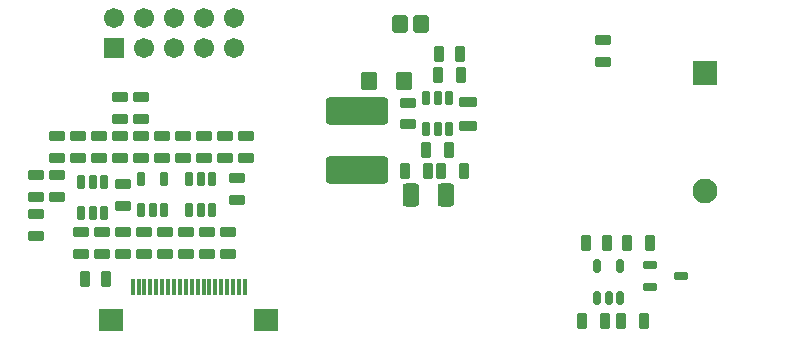
<source format=gts>
G04*
G04 #@! TF.GenerationSoftware,Altium Limited,Altium Designer,20.1.7 (139)*
G04*
G04 Layer_Color=8388736*
%FSLAX25Y25*%
%MOIN*%
G70*
G04*
G04 #@! TF.SameCoordinates,E1A335BD-9FE3-4FE6-8923-20F36EF7B3F0*
G04*
G04*
G04 #@! TF.FilePolarity,Negative*
G04*
G01*
G75*
G04:AMPARAMS|DCode=10|XSize=53.21mil|YSize=31.56mil|CornerRadius=4.76mil|HoleSize=0mil|Usage=FLASHONLY|Rotation=180.000|XOffset=0mil|YOffset=0mil|HoleType=Round|Shape=RoundedRectangle|*
%AMROUNDEDRECTD10*
21,1,0.05321,0.02205,0,0,180.0*
21,1,0.04370,0.03156,0,0,180.0*
1,1,0.00951,-0.02185,0.01102*
1,1,0.00951,0.02185,0.01102*
1,1,0.00951,0.02185,-0.01102*
1,1,0.00951,-0.02185,-0.01102*
%
%ADD10ROUNDEDRECTD10*%
G04:AMPARAMS|DCode=11|XSize=27.62mil|YSize=47.31mil|CornerRadius=7.91mil|HoleSize=0mil|Usage=FLASHONLY|Rotation=0.000|XOffset=0mil|YOffset=0mil|HoleType=Round|Shape=RoundedRectangle|*
%AMROUNDEDRECTD11*
21,1,0.02762,0.03150,0,0,0.0*
21,1,0.01181,0.04731,0,0,0.0*
1,1,0.01581,0.00591,-0.01575*
1,1,0.01581,-0.00591,-0.01575*
1,1,0.01581,-0.00591,0.01575*
1,1,0.01581,0.00591,0.01575*
%
%ADD11ROUNDEDRECTD11*%
G04:AMPARAMS|DCode=12|XSize=53.21mil|YSize=31.56mil|CornerRadius=4.76mil|HoleSize=0mil|Usage=FLASHONLY|Rotation=270.000|XOffset=0mil|YOffset=0mil|HoleType=Round|Shape=RoundedRectangle|*
%AMROUNDEDRECTD12*
21,1,0.05321,0.02205,0,0,270.0*
21,1,0.04370,0.03156,0,0,270.0*
1,1,0.00951,-0.01102,-0.02185*
1,1,0.00951,-0.01102,0.02185*
1,1,0.00951,0.01102,0.02185*
1,1,0.00951,0.01102,-0.02185*
%
%ADD12ROUNDEDRECTD12*%
G04:AMPARAMS|DCode=13|XSize=27.62mil|YSize=47.31mil|CornerRadius=4.36mil|HoleSize=0mil|Usage=FLASHONLY|Rotation=180.000|XOffset=0mil|YOffset=0mil|HoleType=Round|Shape=RoundedRectangle|*
%AMROUNDEDRECTD13*
21,1,0.02762,0.03858,0,0,180.0*
21,1,0.01890,0.04731,0,0,180.0*
1,1,0.00872,-0.00945,0.01929*
1,1,0.00872,0.00945,0.01929*
1,1,0.00872,0.00945,-0.01929*
1,1,0.00872,-0.00945,-0.01929*
%
%ADD13ROUNDEDRECTD13*%
G04:AMPARAMS|DCode=14|XSize=59.12mil|YSize=35.5mil|CornerRadius=5.15mil|HoleSize=0mil|Usage=FLASHONLY|Rotation=180.000|XOffset=0mil|YOffset=0mil|HoleType=Round|Shape=RoundedRectangle|*
%AMROUNDEDRECTD14*
21,1,0.05912,0.02520,0,0,180.0*
21,1,0.04882,0.03550,0,0,180.0*
1,1,0.01030,-0.02441,0.01260*
1,1,0.01030,0.02441,0.01260*
1,1,0.01030,0.02441,-0.01260*
1,1,0.01030,-0.02441,-0.01260*
%
%ADD14ROUNDEDRECTD14*%
G04:AMPARAMS|DCode=15|XSize=59.12mil|YSize=55.18mil|CornerRadius=7.12mil|HoleSize=0mil|Usage=FLASHONLY|Rotation=270.000|XOffset=0mil|YOffset=0mil|HoleType=Round|Shape=RoundedRectangle|*
%AMROUNDEDRECTD15*
21,1,0.05912,0.04095,0,0,270.0*
21,1,0.04488,0.05518,0,0,270.0*
1,1,0.01424,-0.02047,-0.02244*
1,1,0.01424,-0.02047,0.02244*
1,1,0.01424,0.02047,0.02244*
1,1,0.01424,0.02047,-0.02244*
%
%ADD15ROUNDEDRECTD15*%
G04:AMPARAMS|DCode=16|XSize=90.61mil|YSize=208.72mil|CornerRadius=10.66mil|HoleSize=0mil|Usage=FLASHONLY|Rotation=90.000|XOffset=0mil|YOffset=0mil|HoleType=Round|Shape=RoundedRectangle|*
%AMROUNDEDRECTD16*
21,1,0.09061,0.18740,0,0,90.0*
21,1,0.06929,0.20872,0,0,90.0*
1,1,0.02132,0.09370,0.03465*
1,1,0.02132,0.09370,-0.03465*
1,1,0.02132,-0.09370,-0.03465*
1,1,0.02132,-0.09370,0.03465*
%
%ADD16ROUNDEDRECTD16*%
G04:AMPARAMS|DCode=17|XSize=76.84mil|YSize=55.18mil|CornerRadius=9.68mil|HoleSize=0mil|Usage=FLASHONLY|Rotation=270.000|XOffset=0mil|YOffset=0mil|HoleType=Round|Shape=RoundedRectangle|*
%AMROUNDEDRECTD17*
21,1,0.07684,0.03583,0,0,270.0*
21,1,0.05748,0.05518,0,0,270.0*
1,1,0.01935,-0.01791,-0.02874*
1,1,0.01935,-0.01791,0.02874*
1,1,0.01935,0.01791,0.02874*
1,1,0.01935,0.01791,-0.02874*
%
%ADD17ROUNDEDRECTD17*%
G04:AMPARAMS|DCode=18|XSize=53.21mil|YSize=35.5mil|CornerRadius=5.15mil|HoleSize=0mil|Usage=FLASHONLY|Rotation=90.000|XOffset=0mil|YOffset=0mil|HoleType=Round|Shape=RoundedRectangle|*
%AMROUNDEDRECTD18*
21,1,0.05321,0.02520,0,0,90.0*
21,1,0.04291,0.03550,0,0,90.0*
1,1,0.01030,0.01260,0.02146*
1,1,0.01030,0.01260,-0.02146*
1,1,0.01030,-0.01260,-0.02146*
1,1,0.01030,-0.01260,0.02146*
%
%ADD18ROUNDEDRECTD18*%
G04:AMPARAMS|DCode=19|XSize=61.09mil|YSize=53.21mil|CornerRadius=11.84mil|HoleSize=0mil|Usage=FLASHONLY|Rotation=90.000|XOffset=0mil|YOffset=0mil|HoleType=Round|Shape=RoundedRectangle|*
%AMROUNDEDRECTD19*
21,1,0.06109,0.02953,0,0,90.0*
21,1,0.03740,0.05321,0,0,90.0*
1,1,0.02368,0.01476,0.01870*
1,1,0.02368,0.01476,-0.01870*
1,1,0.02368,-0.01476,-0.01870*
1,1,0.02368,-0.01476,0.01870*
%
%ADD19ROUNDEDRECTD19*%
%ADD20R,0.01581X0.05518*%
%ADD21R,0.08274X0.07487*%
G04:AMPARAMS|DCode=22|XSize=23.68mil|YSize=43.37mil|CornerRadius=4.46mil|HoleSize=0mil|Usage=FLASHONLY|Rotation=180.000|XOffset=0mil|YOffset=0mil|HoleType=Round|Shape=RoundedRectangle|*
%AMROUNDEDRECTD22*
21,1,0.02368,0.03445,0,0,180.0*
21,1,0.01476,0.04337,0,0,180.0*
1,1,0.00892,-0.00738,0.01722*
1,1,0.00892,0.00738,0.01722*
1,1,0.00892,0.00738,-0.01722*
1,1,0.00892,-0.00738,-0.01722*
%
%ADD22ROUNDEDRECTD22*%
G04:AMPARAMS|DCode=23|XSize=27.62mil|YSize=47.31mil|CornerRadius=4.36mil|HoleSize=0mil|Usage=FLASHONLY|Rotation=90.000|XOffset=0mil|YOffset=0mil|HoleType=Round|Shape=RoundedRectangle|*
%AMROUNDEDRECTD23*
21,1,0.02762,0.03858,0,0,90.0*
21,1,0.01890,0.04731,0,0,90.0*
1,1,0.00872,0.01929,0.00945*
1,1,0.00872,0.01929,-0.00945*
1,1,0.00872,-0.01929,-0.00945*
1,1,0.00872,-0.01929,0.00945*
%
%ADD23ROUNDEDRECTD23*%
G04:AMPARAMS|DCode=24|XSize=53.21mil|YSize=35.5mil|CornerRadius=5.15mil|HoleSize=0mil|Usage=FLASHONLY|Rotation=180.000|XOffset=0mil|YOffset=0mil|HoleType=Round|Shape=RoundedRectangle|*
%AMROUNDEDRECTD24*
21,1,0.05321,0.02520,0,0,180.0*
21,1,0.04291,0.03550,0,0,180.0*
1,1,0.01030,-0.02146,0.01260*
1,1,0.01030,0.02146,0.01260*
1,1,0.01030,0.02146,-0.01260*
1,1,0.01030,-0.02146,-0.01260*
%
%ADD24ROUNDEDRECTD24*%
%ADD25C,0.08274*%
G04:AMPARAMS|DCode=26|XSize=82.74mil|YSize=82.74mil|CornerRadius=9.87mil|HoleSize=0mil|Usage=FLASHONLY|Rotation=270.000|XOffset=0mil|YOffset=0mil|HoleType=Round|Shape=RoundedRectangle|*
%AMROUNDEDRECTD26*
21,1,0.08274,0.06299,0,0,270.0*
21,1,0.06299,0.08274,0,0,270.0*
1,1,0.01975,-0.03150,-0.03150*
1,1,0.01975,-0.03150,0.03150*
1,1,0.01975,0.03150,0.03150*
1,1,0.01975,0.03150,-0.03150*
%
%ADD26ROUNDEDRECTD26*%
%ADD27R,0.06699X0.06699*%
%ADD28C,0.06699*%
%ADD29C,0.00400*%
D10*
X210000Y107740D02*
D03*
Y100260D02*
D03*
X56000Y88709D02*
D03*
Y81228D02*
D03*
X88000Y54260D02*
D03*
Y61740D02*
D03*
X63000Y75709D02*
D03*
Y68228D02*
D03*
X56000Y75709D02*
D03*
Y68228D02*
D03*
X21000Y42260D02*
D03*
Y49740D02*
D03*
X50000Y43740D02*
D03*
Y36260D02*
D03*
X21000Y62740D02*
D03*
Y55260D02*
D03*
X42000Y75709D02*
D03*
Y68228D02*
D03*
X49000Y75709D02*
D03*
Y68228D02*
D03*
X78000Y43740D02*
D03*
Y36260D02*
D03*
X84000Y75709D02*
D03*
Y68228D02*
D03*
X91000Y68228D02*
D03*
Y75709D02*
D03*
X36000Y43740D02*
D03*
Y36260D02*
D03*
X35000Y75709D02*
D03*
Y68228D02*
D03*
X71000Y43740D02*
D03*
Y36260D02*
D03*
X70000Y75709D02*
D03*
Y68228D02*
D03*
X57000Y43740D02*
D03*
Y36260D02*
D03*
X28000Y68228D02*
D03*
Y75709D02*
D03*
X43000Y36260D02*
D03*
Y43740D02*
D03*
X64000Y36260D02*
D03*
Y43740D02*
D03*
X50000Y52260D02*
D03*
Y59740D02*
D03*
X28000Y55260D02*
D03*
Y62740D02*
D03*
X77000Y68228D02*
D03*
Y75709D02*
D03*
X49000Y88709D02*
D03*
Y81228D02*
D03*
X85000Y43740D02*
D03*
Y36260D02*
D03*
D11*
X43740Y49882D02*
D03*
X40000D02*
D03*
X36260D02*
D03*
Y60118D02*
D03*
X40000D02*
D03*
X43740D02*
D03*
X151260Y88118D02*
D03*
X155000D02*
D03*
X158740D02*
D03*
Y77882D02*
D03*
X155000D02*
D03*
X151260D02*
D03*
X79740Y50882D02*
D03*
X76000D02*
D03*
X72260D02*
D03*
Y61118D02*
D03*
X76000D02*
D03*
X79740D02*
D03*
D12*
X163740Y64000D02*
D03*
X156260D02*
D03*
X151260Y71000D02*
D03*
X158740D02*
D03*
X216260Y14000D02*
D03*
X223740D02*
D03*
X210740D02*
D03*
X203260D02*
D03*
X218260Y40000D02*
D03*
X225740D02*
D03*
X155260Y96000D02*
D03*
X162740D02*
D03*
X151740Y64000D02*
D03*
X144260D02*
D03*
D13*
X56260Y61118D02*
D03*
X63740D02*
D03*
Y50882D02*
D03*
X60000D02*
D03*
X56260D02*
D03*
D14*
X165000Y79063D02*
D03*
Y86937D02*
D03*
D15*
X132095Y94000D02*
D03*
X143905D02*
D03*
D16*
X128000Y83842D02*
D03*
Y64157D02*
D03*
D17*
X146291Y56000D02*
D03*
X157709D02*
D03*
D18*
X37457Y28000D02*
D03*
X44543D02*
D03*
X162543Y103000D02*
D03*
X155457D02*
D03*
X204457Y40000D02*
D03*
X211543D02*
D03*
D19*
X142555Y113000D02*
D03*
X149445D02*
D03*
D20*
X82890Y25189D02*
D03*
X80921D02*
D03*
X78953D02*
D03*
X76984D02*
D03*
X75016D02*
D03*
X73047D02*
D03*
X71079D02*
D03*
X65173D02*
D03*
X63205D02*
D03*
X61236D02*
D03*
X59268D02*
D03*
X57299D02*
D03*
X55331D02*
D03*
X53362D02*
D03*
X67142D02*
D03*
X69110D02*
D03*
X84858D02*
D03*
X86827D02*
D03*
X88795D02*
D03*
X90764D02*
D03*
D21*
X46276Y14362D02*
D03*
X97850D02*
D03*
D22*
X208260Y32315D02*
D03*
X215740D02*
D03*
Y21685D02*
D03*
X212000D02*
D03*
X208260D02*
D03*
D23*
X225882Y32740D02*
D03*
Y25260D02*
D03*
X236118Y29000D02*
D03*
D24*
X145000Y79457D02*
D03*
Y86543D02*
D03*
D25*
X244000Y57315D02*
D03*
D26*
Y96685D02*
D03*
D27*
X47000Y105000D02*
D03*
D28*
Y115000D02*
D03*
X57000Y105000D02*
D03*
Y115000D02*
D03*
X67000Y105000D02*
D03*
Y115000D02*
D03*
X77000Y105000D02*
D03*
Y115000D02*
D03*
X87000Y105000D02*
D03*
Y115000D02*
D03*
D29*
X271654Y15748D02*
D03*
X15748D02*
D03*
M02*

</source>
